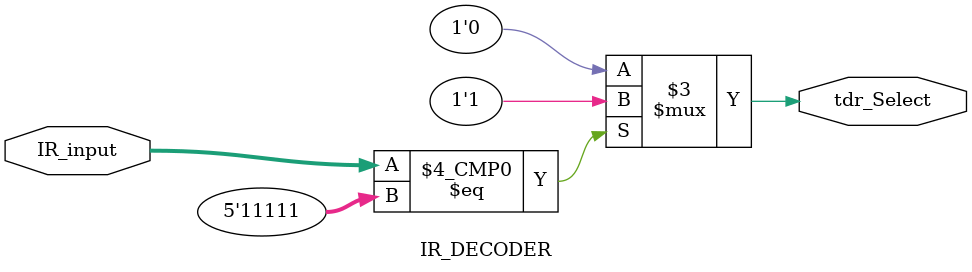
<source format=v>
module IR_DECODER  (IR_input,tdr_Select);
parameter IR_Inputs = 5;

input [IR_Inputs-1:0] IR_input;
output reg tdr_Select;
always @(IR_input)
    begin
        case(IR_input)  
           5'b11111 : tdr_Select =1'b1;  
           default : tdr_Select = 1'h0;
        endcase
    end
endmodule


</source>
